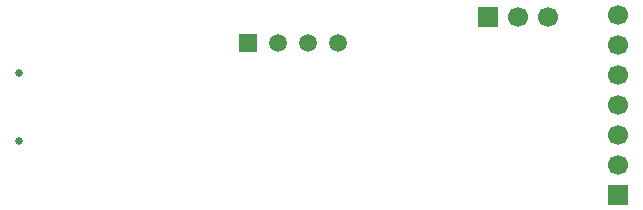
<source format=gbr>
%TF.GenerationSoftware,KiCad,Pcbnew,9.0.2*%
%TF.CreationDate,2025-06-06T06:50:43+02:00*%
%TF.ProjectId,USB-RS485_FT230,5553422d-5253-4343-9835-5f4654323330,rev?*%
%TF.SameCoordinates,Original*%
%TF.FileFunction,Soldermask,Bot*%
%TF.FilePolarity,Negative*%
%FSLAX46Y46*%
G04 Gerber Fmt 4.6, Leading zero omitted, Abs format (unit mm)*
G04 Created by KiCad (PCBNEW 9.0.2) date 2025-06-06 06:50:43*
%MOMM*%
%LPD*%
G01*
G04 APERTURE LIST*
%ADD10R,1.500000X1.500000*%
%ADD11C,1.500000*%
%ADD12R,1.700000X1.700000*%
%ADD13C,1.700000*%
%ADD14C,0.650000*%
G04 APERTURE END LIST*
D10*
%TO.C,U4*%
X80680000Y-89810000D03*
D11*
X83220000Y-89810000D03*
X85760000Y-89810000D03*
X88300000Y-89810000D03*
%TD*%
D12*
%TO.C,J2*%
X100975000Y-87610000D03*
D13*
X103515000Y-87610000D03*
X106055000Y-87610000D03*
%TD*%
D12*
%TO.C,J3*%
X111950000Y-102710000D03*
D13*
X111950000Y-100170000D03*
X111950000Y-97630000D03*
X111950000Y-95090000D03*
X111950000Y-92550000D03*
X111950000Y-90010000D03*
X111950000Y-87470000D03*
%TD*%
D14*
%TO.C,J1*%
X61280000Y-92360000D03*
X61280000Y-98140000D03*
%TD*%
M02*

</source>
